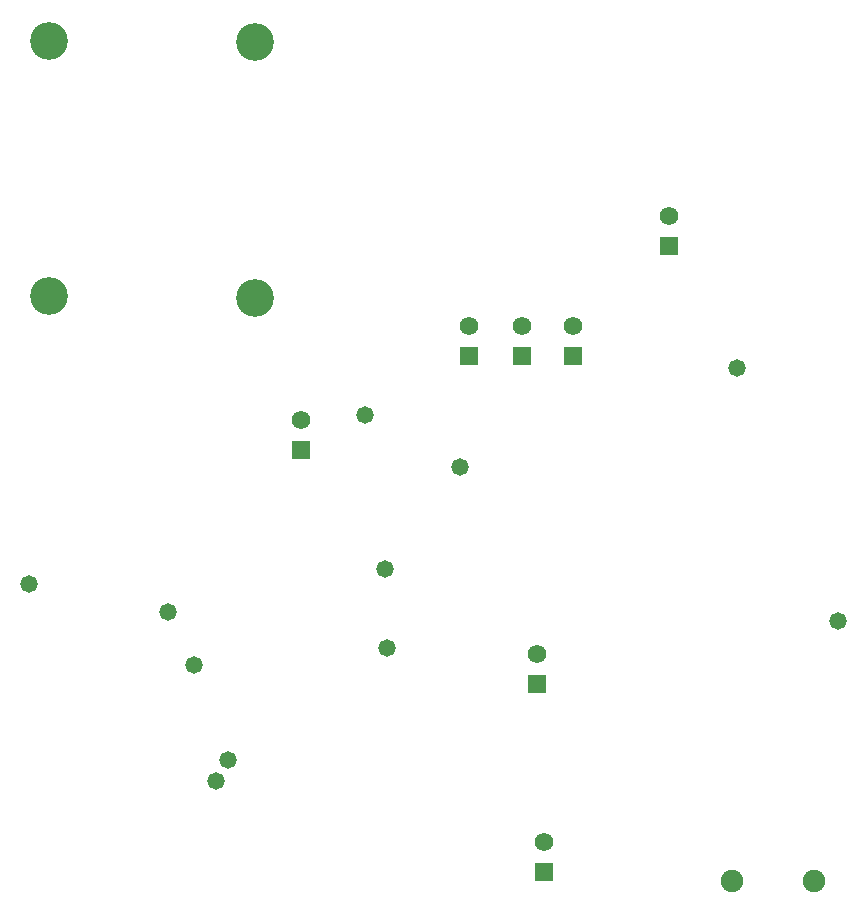
<source format=gbs>
G04*
G04 #@! TF.GenerationSoftware,Altium Limited,Altium Designer,21.5.1 (32)*
G04*
G04 Layer_Color=16711935*
%FSLAX25Y25*%
%MOIN*%
G70*
G04*
G04 #@! TF.SameCoordinates,D1CED41D-7284-4930-815C-7774E47D36BB*
G04*
G04*
G04 #@! TF.FilePolarity,Negative*
G04*
G01*
G75*
%ADD29C,0.07493*%
%ADD30C,0.12611*%
%ADD31C,0.06181*%
%ADD32R,0.06181X0.06181*%
%ADD33C,0.05800*%
D29*
X290000Y27000D02*
D03*
X262441D02*
D03*
D30*
X35000Y307020D02*
D03*
Y221980D02*
D03*
X103500Y221480D02*
D03*
Y306520D02*
D03*
D31*
X209500Y212000D02*
D03*
X192500D02*
D03*
X175000D02*
D03*
X241500Y248500D02*
D03*
X200000Y40000D02*
D03*
X197500Y102500D02*
D03*
X119000Y180500D02*
D03*
D32*
X209500Y202000D02*
D03*
X192500D02*
D03*
X175000D02*
D03*
X241500Y238500D02*
D03*
X200000Y30000D02*
D03*
X197500Y92500D02*
D03*
X119000Y170500D02*
D03*
D33*
X140300Y182400D02*
D03*
X83300Y99161D02*
D03*
X146800Y130900D02*
D03*
X90500Y60300D02*
D03*
X297800Y113700D02*
D03*
X28300Y125900D02*
D03*
X74400Y116800D02*
D03*
X172000Y165000D02*
D03*
X94559Y67218D02*
D03*
X147500Y104600D02*
D03*
X264200Y197900D02*
D03*
M02*

</source>
